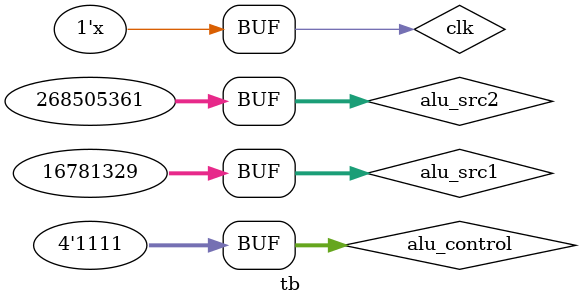
<source format=v>
`timescale 1ns / 1ps


module tb;

    // Inputs
    reg clk;
    reg [3:0] alu_control;
    reg [31:0] alu_src1;
    reg [31:0] alu_src2;

    // Outputs
    wire [31:0] alu_result;

    // Instantiate the Unit Under Test (UUT)
    alu al(
        .alu_control(alu_control),
        .alu_src1(alu_src1),
        .alu_src2(alu_src2),
        .alu_result(alu_result)    
    );
//alu al(
    //input  [11:0] alu_control, 
   // input  [31:0] alu_src1, 
   // input  [31:0] alu_src2,
   // output [31:0] alu_result 
   // );

    initial begin
        // Initialize Inputs
        clk = 0;
        alu_control = 0;
        alu_src1 = 32'H01001011;
		alu_src2 = 32'H10011111;

        // Wait 100 ns for global reset to finish
        #100;
        alu_control = 4'b1101;
        #100;
        alu_control = 4'b1110;
        #100;
        alu_control = 4'b1111;
       /*
        #100;
        alu_control = 4'b0001;
        #100;
        alu_control = 4'b0010;
        #100;
        alu_control = 4'b0011;
        #100;
        alu_control = 4'b0100;
        #100;
        alu_control = 4'b0101;
        #100;
        alu_control = 4'b0110;
        #100;
        alu_control = 4'b0111;
        #100;
        alu_control = 4'b1000;
		#100;
        alu_control = 4'b1001;
		#100;
        alu_control = 4'b1010;
		#100;
        alu_control = 4'b1011;
		#100;
        alu_control = 4'b1100;
        */
   
        // Add stimulus here
    end
   always #5 clk = ~clk;
endmodule


</source>
